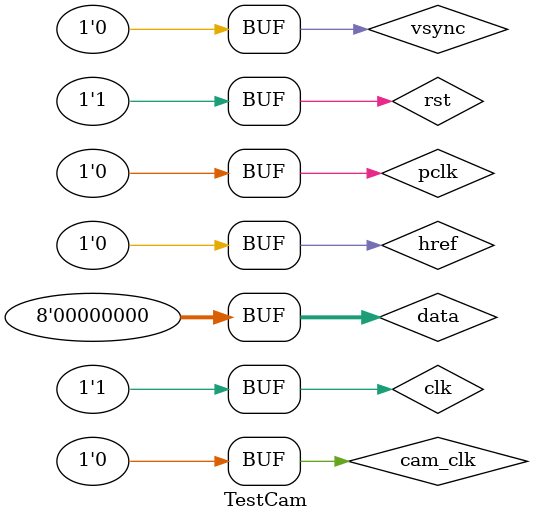
<source format=v>
	`timescale 1ns / 1ps


module TestCam;

	// Inputs
	reg clk;
	reg rst;
	reg cam_clk;
	reg pclk;
	reg href;
	reg vsync;
	reg [7:0] data;

	// Outputs
	wire scl;
	wire xclk;
	wire rst_cm;
	wire end_frame;
	wire end_line;
	wire new_pixel;
	wire [15:0] pixel;

	// Bidirs
	wire sda;

	// Instantiate the Unit Under Test (UUT)
	ov2640 uut (
		.clk(clk), 
		.rst(rst), 
		.cam_clk(cam_clk), 
		.scl(scl), 
		.sda(sda), 
		.xclk(xclk), 
		.pclk(pclk), 
		.href(href), 
		.vsync(vsync), 
		.data(data), 
		.rst_cm(rst_cm), 
		.end_frame(end_frame), 
		.end_line(end_line), 
		.new_pixel(new_pixel), 
		.pixel(pixel)
	);

	initial begin
		// Initialize Inputs
		clk = 1;
		rst = 1;
		cam_clk = 0;
		pclk = 0;
		href = 0;
		vsync = 0;
		data = 0;

		// Wait 100 ns for global reset to finish
		#100;
        
		// Add stimulus here
		
		clk = 0;
		
		#100; 
		
		clk =1;

	end
      
endmodule


</source>
